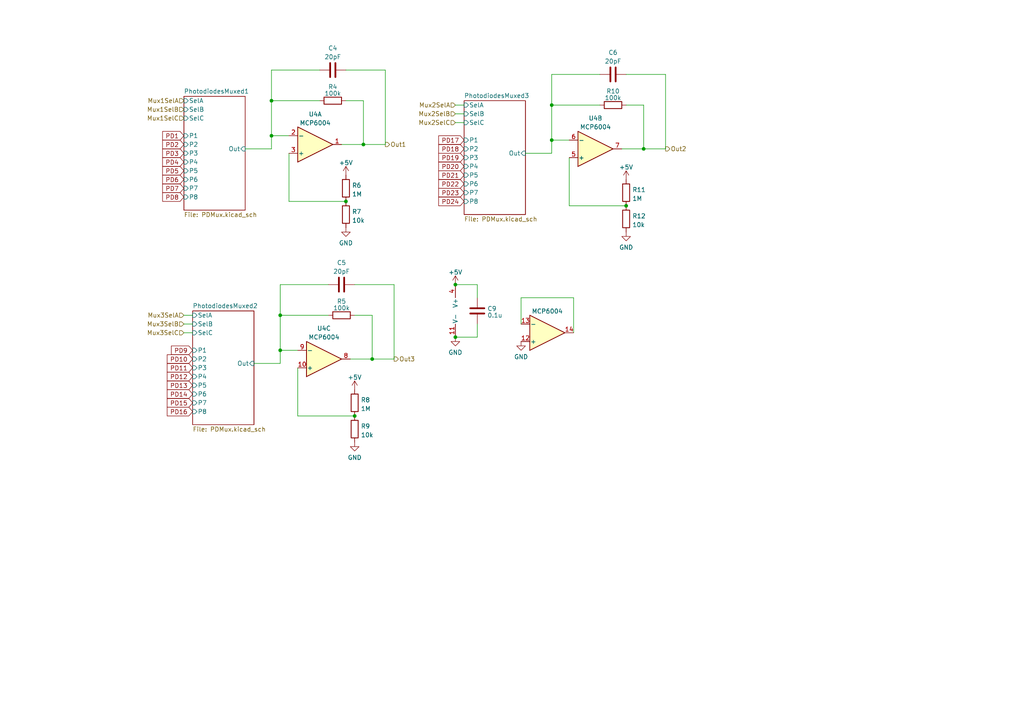
<source format=kicad_sch>
(kicad_sch (version 20230121) (generator eeschema)
  (paper "A4")
  (lib_symbols
    (symbol "Amplifier_Operational:MCP6004" (pin_names (offset 0.127))
      (property "Reference" "U" (at 0 5.08 0))
      (property "Value" "MCP6004" (at 0 -5.08 0))
      (symbol "MCP6004_1_1"
        (polyline (pts (xy -5.08 5.08) (xy 5.08 0) (xy -5.08 -5.08) (xy -5.08 5.08)) (stroke (width 0.254)) (fill (type background)))
        (pin output line (at 7.62 0 180) (length 2.54) (name "~") (number "1"))
        (pin input line (at -7.62 -2.54 0) (length 2.54) (name "-") (number "2"))
        (pin input line (at -7.62 2.54 0) (length 2.54) (name "+") (number "3"))
      )
      (symbol "MCP6004_2_1"
        (polyline (pts (xy -5.08 5.08) (xy 5.08 0) (xy -5.08 -5.08) (xy -5.08 5.08)) (stroke (width 0.254)) (fill (type background)))
        (pin input line (at -7.62 2.54 0) (length 2.54) (name "+") (number "5"))
        (pin input line (at -7.62 -2.54 0) (length 2.54) (name "-") (number "6"))
        (pin output line (at 7.62 0 180) (length 2.54) (name "~") (number "7"))
      )
      (symbol "MCP6004_3_1"
        (polyline (pts (xy -5.08 5.08) (xy 5.08 0) (xy -5.08 -5.08) (xy -5.08 5.08)) (stroke (width 0.254)) (fill (type background)))
        (pin input line (at -7.62 2.54 0) (length 2.54) (name "+") (number "10"))
        (pin output line (at 7.62 0 180) (length 2.54) (name "~") (number "8"))
        (pin input line (at -7.62 -2.54 0) (length 2.54) (name "-") (number "9"))
      )
      (symbol "MCP6004_4_1"
        (polyline (pts (xy -5.08 5.08) (xy 5.08 0) (xy -5.08 -5.08) (xy -5.08 5.08)) (stroke (width 0.254)) (fill (type background)))
        (pin input line (at -7.62 2.54 0) (length 2.54) (name "+") (number "12"))
        (pin input line (at -7.62 -2.54 0) (length 2.54) (name "-") (number "13"))
        (pin output line (at 7.62 0 180) (length 2.54) (name "~") (number "14"))
      )
      (symbol "MCP6004_5_1"
        (pin power_in line (at -2.54 -7.62 90) (length 3.81) (name "V-") (number "11"))
        (pin power_in line (at -2.54 7.62 270) (length 3.81) (name "V+") (number "4"))
      )
    )
    (symbol "Device:C" (pin_numbers hide) (pin_names (offset 0.254))
      (property "Reference" "C" (at 0.635 2.54 0))
      (property "Value" "C" (at 0.635 -2.54 0))
      (symbol "C_0_1"
        (polyline (pts (xy -2.032 -0.762) (xy 2.032 -0.762)) (stroke (width 0.508)))
        (polyline (pts (xy -2.032 0.762) (xy 2.032 0.762)) (stroke (width 0.508)))
      )
      (symbol "C_1_1"
        (pin passive line (at 0 3.81 270) (length 2.794) (name "~") (number "1"))
        (pin passive line (at 0 -3.81 90) (length 2.794) (name "~") (number "2"))
      )
    )
    (symbol "Device:R" (pin_numbers hide) (pin_names (offset 0))
      (property "Reference" "R" (at 2.032 0 90))
      (property "Value" "R" (at 0 0 90))
      (symbol "R_0_1"
        (rectangle (start -1.016 -2.54) (end 1.016 2.54) (stroke (width 0.254)))
      )
      (symbol "R_1_1"
        (pin passive line (at 0 3.81 270) (length 1.27) (name "~") (number "1"))
        (pin passive line (at 0 -3.81 90) (length 1.27) (name "~") (number "2"))
      )
    )
    (symbol "power:+5V" (power) (pin_names (offset 0))
      (property "Value" "+5V" (at 0 3.556 0))
      (symbol "+5V_0_1"
        (polyline (pts (xy -0.762 1.27) (xy 0 2.54)))
        (polyline (pts (xy 0 0) (xy 0 2.54)))
        (polyline (pts (xy 0 2.54) (xy 0.762 1.27)))
      )
      (symbol "+5V_1_1"
        (pin power_in line (at 0 0 90) (length 0) hide (name "+5V") (number "1"))
      )
    )
    (symbol "power:GND" (power) (pin_names (offset 0))
      (property "Value" "GND" (at 0 -3.81 0))
      (symbol "GND_0_1"
        (polyline (pts (xy 0 0) (xy 0 -1.27) (xy 1.27 -1.27) (xy 0 -2.54) (xy -1.27 -1.27) (xy 0 -1.27)))
      )
      (symbol "GND_1_1"
        (pin power_in line (at 0 0 270) (length 0) hide (name "GND") (number "1"))
      )
    )
  )
  (junction (at 181.61 59.69))
  (junction (at 78.74 39.37))
  (junction (at 132.08 82.55))
  (junction (at 107.95 104.14))
  (junction (at 160.02 40.64))
  (junction (at 186.69 43.18))
  (junction (at 132.08 97.79))
  (junction (at 78.74 29.21))
  (junction (at 102.87 120.65))
  (junction (at 81.28 101.6))
  (junction (at 100.33 58.42))
  (junction (at 81.28 91.44))
  (junction (at 160.02 30.48))
  (junction (at 105.41 41.91))
  (wire (pts (xy 166.37 86.36) (xy 151.13 86.36)))
  (wire (pts (xy 160.02 21.59) (xy 160.02 30.48)))
  (wire (pts (xy 83.82 58.42) (xy 83.82 44.45)))
  (wire (pts (xy 100.33 20.32) (xy 111.76 20.32)))
  (wire (pts (xy 71.12 43.18) (xy 78.74 43.18)))
  (wire (pts (xy 86.36 120.65) (xy 102.87 120.65)))
  (wire (pts (xy 166.37 96.52) (xy 166.37 86.36)))
  (wire (pts (xy 160.02 30.48) (xy 160.02 40.64)))
  (wire (pts (xy 105.41 41.91) (xy 105.41 29.21)))
  (wire (pts (xy 138.43 97.79) (xy 138.43 93.98)))
  (wire (pts (xy 81.28 105.41) (xy 81.28 101.6)))
  (wire (pts (xy 114.3 104.14) (xy 114.3 82.55)))
  (wire (pts (xy 81.28 101.6) (xy 86.36 101.6)))
  (wire (pts (xy 111.76 41.91) (xy 111.76 20.32)))
  (wire (pts (xy 186.69 43.18) (xy 193.04 43.18)))
  (wire (pts (xy 132.08 30.48) (xy 134.62 30.48)))
  (wire (pts (xy 138.43 82.55) (xy 138.43 86.36)))
  (wire (pts (xy 107.95 104.14) (xy 107.95 91.44)))
  (wire (pts (xy 95.25 82.55) (xy 81.28 82.55)))
  (wire (pts (xy 86.36 120.65) (xy 86.36 106.68)))
  (wire (pts (xy 102.87 82.55) (xy 114.3 82.55)))
  (wire (pts (xy 151.13 86.36) (xy 151.13 93.98)))
  (wire (pts (xy 173.99 30.48) (xy 160.02 30.48)))
  (wire (pts (xy 95.25 91.44) (xy 81.28 91.44)))
  (wire (pts (xy 81.28 82.55) (xy 81.28 91.44)))
  (wire (pts (xy 152.4 44.45) (xy 160.02 44.45)))
  (wire (pts (xy 165.1 59.69) (xy 181.61 59.69)))
  (wire (pts (xy 73.66 105.41) (xy 81.28 105.41)))
  (wire (pts (xy 193.04 43.18) (xy 193.04 21.59)))
  (wire (pts (xy 83.82 58.42) (xy 100.33 58.42)))
  (wire (pts (xy 180.34 43.18) (xy 186.69 43.18)))
  (wire (pts (xy 173.99 21.59) (xy 160.02 21.59)))
  (wire (pts (xy 53.34 96.52) (xy 55.88 96.52)))
  (wire (pts (xy 101.6 104.14) (xy 107.95 104.14)))
  (wire (pts (xy 99.06 41.91) (xy 105.41 41.91)))
  (wire (pts (xy 160.02 40.64) (xy 165.1 40.64)))
  (wire (pts (xy 102.87 91.44) (xy 107.95 91.44)))
  (wire (pts (xy 132.08 35.56) (xy 134.62 35.56)))
  (wire (pts (xy 132.08 97.79) (xy 138.43 97.79)))
  (wire (pts (xy 100.33 29.21) (xy 105.41 29.21)))
  (wire (pts (xy 53.34 93.98) (xy 55.88 93.98)))
  (wire (pts (xy 78.74 20.32) (xy 78.74 29.21)))
  (wire (pts (xy 132.08 82.55) (xy 138.43 82.55)))
  (wire (pts (xy 107.95 104.14) (xy 114.3 104.14)))
  (wire (pts (xy 78.74 43.18) (xy 78.74 39.37)))
  (wire (pts (xy 78.74 29.21) (xy 78.74 39.37)))
  (wire (pts (xy 132.08 33.02) (xy 134.62 33.02)))
  (wire (pts (xy 160.02 44.45) (xy 160.02 40.64)))
  (wire (pts (xy 53.34 91.44) (xy 55.88 91.44)))
  (wire (pts (xy 186.69 43.18) (xy 186.69 30.48)))
  (wire (pts (xy 81.28 91.44) (xy 81.28 101.6)))
  (wire (pts (xy 105.41 41.91) (xy 111.76 41.91)))
  (wire (pts (xy 92.71 20.32) (xy 78.74 20.32)))
  (wire (pts (xy 92.71 29.21) (xy 78.74 29.21)))
  (wire (pts (xy 181.61 30.48) (xy 186.69 30.48)))
  (wire (pts (xy 78.74 39.37) (xy 83.82 39.37)))
  (wire (pts (xy 165.1 59.69) (xy 165.1 45.72)))
  (wire (pts (xy 181.61 21.59) (xy 193.04 21.59)))
  (global_label "PD18" (shape input) (at 134.62 43.18 180) (property "Intersheetrefs" "${INTERSHEET_REFS}" (effects hide)))
  (global_label "PD22" (shape input) (at 134.62 53.34 180) (property "Intersheetrefs" "${INTERSHEET_REFS}" (effects hide)))
  (global_label "PD20" (shape input) (at 134.62 48.26 180) (property "Intersheetrefs" "${INTERSHEET_REFS}" (effects hide)))
  (global_label "PD1" (shape input) (at 53.34 39.37 180) (property "Intersheetrefs" "${INTERSHEET_REFS}" (effects hide)))
  (global_label "PD13" (shape input) (at 55.88 111.76 180) (property "Intersheetrefs" "${INTERSHEET_REFS}" (effects hide)))
  (global_label "PD7" (shape input) (at 53.34 54.61 180) (property "Intersheetrefs" "${INTERSHEET_REFS}" (effects hide)))
  (global_label "PD8" (shape input) (at 53.34 57.15 180) (property "Intersheetrefs" "${INTERSHEET_REFS}" (effects hide)))
  (global_label "PD14" (shape input) (at 55.88 114.3 180) (property "Intersheetrefs" "${INTERSHEET_REFS}" (effects hide)))
  (global_label "PD15" (shape input) (at 55.88 116.84 180) (property "Intersheetrefs" "${INTERSHEET_REFS}" (effects hide)))
  (global_label "PD2" (shape input) (at 53.34 41.91 180) (property "Intersheetrefs" "${INTERSHEET_REFS}" (effects hide)))
  (global_label "PD3" (shape input) (at 53.34 44.45 180) (property "Intersheetrefs" "${INTERSHEET_REFS}" (effects hide)))
  (global_label "PD17" (shape input) (at 134.62 40.64 180) (property "Intersheetrefs" "${INTERSHEET_REFS}" (effects hide)))
  (global_label "PD12" (shape input) (at 55.88 109.22 180) (property "Intersheetrefs" "${INTERSHEET_REFS}" (effects hide)))
  (global_label "PD11" (shape input) (at 55.88 106.68 180) (property "Intersheetrefs" "${INTERSHEET_REFS}" (effects hide)))
  (global_label "PD23" (shape input) (at 134.62 55.88 180) (property "Intersheetrefs" "${INTERSHEET_REFS}" (effects hide)))
  (global_label "PD19" (shape input) (at 134.62 45.72 180) (property "Intersheetrefs" "${INTERSHEET_REFS}" (effects hide)))
  (global_label "PD24" (shape input) (at 134.62 58.42 180) (property "Intersheetrefs" "${INTERSHEET_REFS}" (effects hide)))
  (global_label "PD5" (shape input) (at 53.34 49.53 180) (property "Intersheetrefs" "${INTERSHEET_REFS}" (effects hide)))
  (global_label "PD9" (shape input) (at 55.88 101.6 180) (property "Intersheetrefs" "${INTERSHEET_REFS}" (effects hide)))
  (global_label "PD21" (shape input) (at 134.62 50.8 180) (property "Intersheetrefs" "${INTERSHEET_REFS}" (effects hide)))
  (global_label "PD10" (shape input) (at 55.88 104.14 180) (property "Intersheetrefs" "${INTERSHEET_REFS}" (effects hide)))
  (global_label "PD6" (shape input) (at 53.34 52.07 180) (property "Intersheetrefs" "${INTERSHEET_REFS}" (effects hide)))
  (global_label "PD16" (shape input) (at 55.88 119.38 180) (property "Intersheetrefs" "${INTERSHEET_REFS}" (effects hide)))
  (global_label "PD4" (shape input) (at 53.34 46.99 180) (property "Intersheetrefs" "${INTERSHEET_REFS}" (effects hide)))
  (hierarchical_label "Out3" (shape output) (at 114.3 104.14 0))
  (hierarchical_label "Mux2SelC" (shape input) (at 132.08 35.56 180))
  (hierarchical_label "Mux1SelC" (shape input) (at 53.34 34.29 180))
  (hierarchical_label "Mux2SelB" (shape input) (at 132.08 33.02 180))
  (hierarchical_label "Out2" (shape output) (at 193.04 43.18 0))
  (hierarchical_label "Mux3SelA" (shape input) (at 53.34 91.44 180))
  (hierarchical_label "Mux1SelA" (shape input) (at 53.34 29.21 180))
  (hierarchical_label "Mux2SelA" (shape input) (at 132.08 30.48 180))
  (hierarchical_label "Mux3SelB" (shape input) (at 53.34 93.98 180))
  (hierarchical_label "Mux1SelB" (shape input) (at 53.34 31.75 180))
  (hierarchical_label "Out1" (shape output) (at 111.76 41.91 0))
  (hierarchical_label "Mux3SelC" (shape input) (at 53.34 96.52 180))
  (symbol (lib_id "Device:R") (at 96.52 29.21 90) (unit 1)
    (property "Reference" "R4" (at 96.52 25.1841 90))
    (property "Value" "100k" (at 96.52 27.1051 90))
    (property "Footprint" "Resistor_THT:R_Axial_DIN0204_L3.6mm_D1.6mm_P5.08mm_Horizontal" (effects hide))
  )
  (symbol (lib_id "Device:R") (at 102.87 124.46 180) (unit 1)
    (property "Reference" "R9" (at 104.648 123.6253 0) (effects (justify right)))
    (property "Value" "10k" (at 104.648 126.1622 0) (effects (justify right)))
    (property "Footprint" "Resistor_THT:R_Axial_DIN0204_L3.6mm_D1.6mm_P5.08mm_Horizontal" (effects hide))
  )
  (symbol (lib_id "Device:C") (at 138.43 90.17 0) (unit 1)
    (property "Reference" "C9" (at 141.351 89.5263 0) (effects (justify left)))
    (property "Value" "0.1u" (at 141.351 91.4473 0) (effects (justify left)))
  )
  (symbol (lib_id "power:+5V") (at 181.61 52.07 0) (unit 1)
    (property "Reference" "#PWR027" (effects hide))
    (property "Value" "+5V" (at 181.61 48.4942 0))
  )
  (symbol (lib_id "power:GND") (at 132.08 97.79 0) (unit 1)
    (property "Reference" "#PWR029" (effects hide))
    (property "Value" "GND" (at 132.08 102.2334 0))
  )
  (symbol (lib_id "Amplifier_Operational:MCP6004") (at 93.98 104.14 0) (mirror x) (unit 3)
    (property "Reference" "U4" (at 93.98 95.25 0))
    (property "Value" "MCP6004" (at 93.98 97.79 0))
    (property "Footprint" "Package_DIP:DIP-14_W7.62mm" (effects hide))
    (property "Datasheet" "http://ww1.microchip.com/downloads/en/DeviceDoc/21733j.pdf" (effects hide))
  )
  (symbol (lib_id "Device:R") (at 181.61 63.5 180) (unit 1)
    (property "Reference" "R12" (at 183.388 62.6653 0) (effects (justify right)))
    (property "Value" "10k" (at 183.388 65.2022 0) (effects (justify right)))
    (property "Footprint" "Resistor_THT:R_Axial_DIN0204_L3.6mm_D1.6mm_P5.08mm_Horizontal" (effects hide))
  )
  (symbol (lib_id "Device:R") (at 177.8 30.48 90) (unit 1)
    (property "Reference" "R10" (at 177.8 26.4541 90))
    (property "Value" "100k" (at 177.8 28.3751 90))
    (property "Footprint" "Resistor_THT:R_Axial_DIN0204_L3.6mm_D1.6mm_P5.08mm_Horizontal" (effects hide))
  )
  (symbol (lib_id "Device:R") (at 99.06 91.44 90) (unit 1)
    (property "Reference" "R5" (at 99.06 87.4141 90))
    (property "Value" "100k" (at 99.06 89.3351 90))
    (property "Footprint" "Resistor_THT:R_Axial_DIN0204_L3.6mm_D1.6mm_P5.08mm_Horizontal" (effects hide))
  )
  (symbol (lib_id "power:+5V") (at 132.08 82.55 0) (unit 1)
    (property "Reference" "#PWR030" (effects hide))
    (property "Value" "+5V" (at 132.08 78.9742 0))
  )
  (symbol (lib_id "Amplifier_Operational:MCP6004") (at 158.75 96.52 0) (mirror x) (unit 4)
    (property "Reference" "U4" (effects hide))
    (property "Value" "MCP6004" (at 158.75 90.2771 0))
    (property "Footprint" "Package_DIP:DIP-14_W7.62mm" (effects hide))
    (property "Datasheet" "http://ww1.microchip.com/downloads/en/DeviceDoc/21733j.pdf" (effects hide))
  )
  (symbol (lib_id "Amplifier_Operational:MCP6004") (at 172.72 43.18 0) (mirror x) (unit 2)
    (property "Reference" "U4" (at 172.72 34.29 0))
    (property "Value" "MCP6004" (at 172.72 36.83 0))
    (property "Footprint" "Package_DIP:DIP-14_W7.62mm" (effects hide))
    (property "Datasheet" "http://ww1.microchip.com/downloads/en/DeviceDoc/21733j.pdf" (effects hide))
  )
  (symbol (lib_id "power:GND") (at 181.61 67.31 0) (unit 1)
    (property "Reference" "#PWR028" (effects hide))
    (property "Value" "GND" (at 181.61 71.7534 0))
  )
  (symbol (lib_id "Device:C") (at 177.8 21.59 90) (unit 1)
    (property "Reference" "C6" (at 177.8 15.24 90))
    (property "Value" "20pF" (at 177.8 17.78 90))
    (property "Footprint" "Capacitor_THT:C_Disc_D5.1mm_W3.2mm_P5.00mm" (effects hide))
  )
  (symbol (lib_id "Amplifier_Operational:MCP6004") (at 91.44 41.91 0) (mirror x) (unit 1)
    (property "Reference" "U4" (at 91.44 33.1302 0))
    (property "Value" "MCP6004" (at 91.44 35.6671 0))
    (property "Footprint" "Package_DIP:DIP-14_W7.62mm" (effects hide))
    (property "Datasheet" "http://ww1.microchip.com/downloads/en/DeviceDoc/21733j.pdf" (effects hide))
  )
  (symbol (lib_id "Device:C") (at 96.52 20.32 90) (unit 1)
    (property "Reference" "C4" (at 96.52 13.97 90))
    (property "Value" "20pF" (at 96.52 16.51 90))
    (property "Footprint" "Capacitor_THT:C_Disc_D5.1mm_W3.2mm_P5.00mm" (effects hide))
  )
  (symbol (lib_id "power:+5V") (at 102.87 113.03 0) (unit 1)
    (property "Reference" "#PWR024" (effects hide))
    (property "Value" "+5V" (at 102.87 109.4542 0))
  )
  (symbol (lib_id "Device:C") (at 99.06 82.55 90) (unit 1)
    (property "Reference" "C5" (at 99.06 76.2 90))
    (property "Value" "20pF" (at 99.06 78.74 90))
    (property "Footprint" "Capacitor_THT:C_Disc_D5.1mm_W3.2mm_P5.00mm" (effects hide))
  )
  (symbol (lib_id "power:GND") (at 151.13 99.06 0) (unit 1)
    (property "Reference" "#PWR026" (effects hide))
    (property "Value" "GND" (at 151.13 103.5034 0))
  )
  (symbol (lib_id "power:GND") (at 102.87 128.27 0) (unit 1)
    (property "Reference" "#PWR025" (effects hide))
    (property "Value" "GND" (at 102.87 132.7134 0))
  )
  (symbol (lib_id "power:GND") (at 100.33 66.04 0) (unit 1)
    (property "Reference" "#PWR023" (effects hide))
    (property "Value" "GND" (at 100.33 70.4834 0))
  )
  (symbol (lib_id "Device:R") (at 100.33 62.23 180) (unit 1)
    (property "Reference" "R7" (at 102.108 61.3953 0) (effects (justify right)))
    (property "Value" "10k" (at 102.108 63.9322 0) (effects (justify right)))
    (property "Footprint" "Resistor_THT:R_Axial_DIN0204_L3.6mm_D1.6mm_P5.08mm_Horizontal" (effects hide))
  )
  (symbol (lib_id "Device:R") (at 102.87 116.84 180) (unit 1)
    (property "Reference" "R8" (at 104.648 116.0053 0) (effects (justify right)))
    (property "Value" "1M" (at 104.648 118.5422 0) (effects (justify right)))
    (property "Footprint" "Resistor_THT:R_Axial_DIN0204_L3.6mm_D1.6mm_P5.08mm_Horizontal" (effects hide))
  )
  (symbol (lib_id "power:+5V") (at 100.33 50.8 0) (unit 1)
    (property "Reference" "#PWR022" (effects hide))
    (property "Value" "+5V" (at 100.33 47.2242 0))
  )
  (symbol (lib_id "Device:R") (at 181.61 55.88 180) (unit 1)
    (property "Reference" "R11" (at 183.388 55.0453 0) (effects (justify right)))
    (property "Value" "1M" (at 183.388 57.5822 0) (effects (justify right)))
    (property "Footprint" "Resistor_THT:R_Axial_DIN0204_L3.6mm_D1.6mm_P5.08mm_Horizontal" (effects hide))
  )
  (symbol (lib_id "Device:R") (at 100.33 54.61 180) (unit 1)
    (property "Reference" "R6" (at 102.108 53.7753 0) (effects (justify right)))
    (property "Value" "1M" (at 102.108 56.3122 0) (effects (justify right)))
    (property "Footprint" "Resistor_THT:R_Axial_DIN0204_L3.6mm_D1.6mm_P5.08mm_Horizontal" (effects hide))
  )
  (symbol (lib_id "Amplifier_Operational:MCP6004") (at 129.54 90.17 0) (mirror y) (unit 5)
    (property "Reference" "U4" (effects hide))
    (property "Value" "MCP6004" (effects hide))
    (property "Footprint" "Package_DIP:DIP-14_W7.62mm" (effects hide))
    (property "Datasheet" "http://ww1.microchip.com/downloads/en/DeviceDoc/21733j.pdf" (effects hide))
  )
  (sheet (at 55.88 90.17) (size 17.78 33.02) (stroke (width 0.1524))
    (property "Sheetname" "PhotodiodesMuxed2" (at 55.88 89.4584 0) (effects (justify left bottom)))
    (property "Sheetfile" "PDMux.kicad_sch" (at 55.88 123.7746 0) (effects (justify left top)))
    (pin "SelA" input (at 55.88 91.44 180))
    (pin "Out" input (at 73.66 105.41 0))
    (pin "SelB" input (at 55.88 93.98 180))
    (pin "SelC" input (at 55.88 96.52 180))
    (pin "P1" input (at 55.88 101.6 180))
    (pin "P2" input (at 55.88 104.14 180))
    (pin "P3" input (at 55.88 106.68 180))
    (pin "P4" input (at 55.88 109.22 180))
    (pin "P5" input (at 55.88 111.76 180))
    (pin "P6" input (at 55.88 114.3 180))
    (pin "P7" input (at 55.88 116.84 180))
    (pin "P8" input (at 55.88 119.38 180))
  )
  (sheet (at 134.62 29.21) (size 17.78 33.02) (stroke (width 0.1524))
    (property "Sheetname" "PhotodiodesMuxed3" (at 134.62 28.4984 0) (effects (justify left bottom)))
    (property "Sheetfile" "PDMux.kicad_sch" (at 134.62 62.8146 0) (effects (justify left top)))
    (pin "SelA" input (at 134.62 30.48 180))
    (pin "Out" input (at 152.4 44.45 0))
    (pin "SelB" input (at 134.62 33.02 180))
    (pin "SelC" input (at 134.62 35.56 180))
    (pin "P1" input (at 134.62 40.64 180))
    (pin "P2" input (at 134.62 43.18 180))
    (pin "P3" input (at 134.62 45.72 180))
    (pin "P4" input (at 134.62 48.26 180))
    (pin "P5" input (at 134.62 50.8 180))
    (pin "P6" input (at 134.62 53.34 180))
    (pin "P7" input (at 134.62 55.88 180))
    (pin "P8" input (at 134.62 58.42 180))
  )
  (sheet (at 53.34 27.94) (size 17.78 33.02) (stroke (width 0.1524))
    (property "Sheetname" "PhotodiodesMuxed1" (at 53.34 27.2284 0) (effects (justify left bottom)))
    (property "Sheetfile" "PDMux.kicad_sch" (at 53.34 61.5446 0) (effects (justify left top)))
    (pin "SelA" input (at 53.34 29.21 180))
    (pin "Out" input (at 71.12 43.18 0))
    (pin "SelB" input (at 53.34 31.75 180))
    (pin "SelC" input (at 53.34 34.29 180))
    (pin "P1" input (at 53.34 39.37 180))
    (pin "P2" input (at 53.34 41.91 180))
    (pin "P3" input (at 53.34 44.45 180))
    (pin "P4" input (at 53.34 46.99 180))
    (pin "P5" input (at 53.34 49.53 180))
    (pin "P6" input (at 53.34 52.07 180))
    (pin "P7" input (at 53.34 54.61 180))
    (pin "P8" input (at 53.34 57.15 180))
  )
)
</source>
